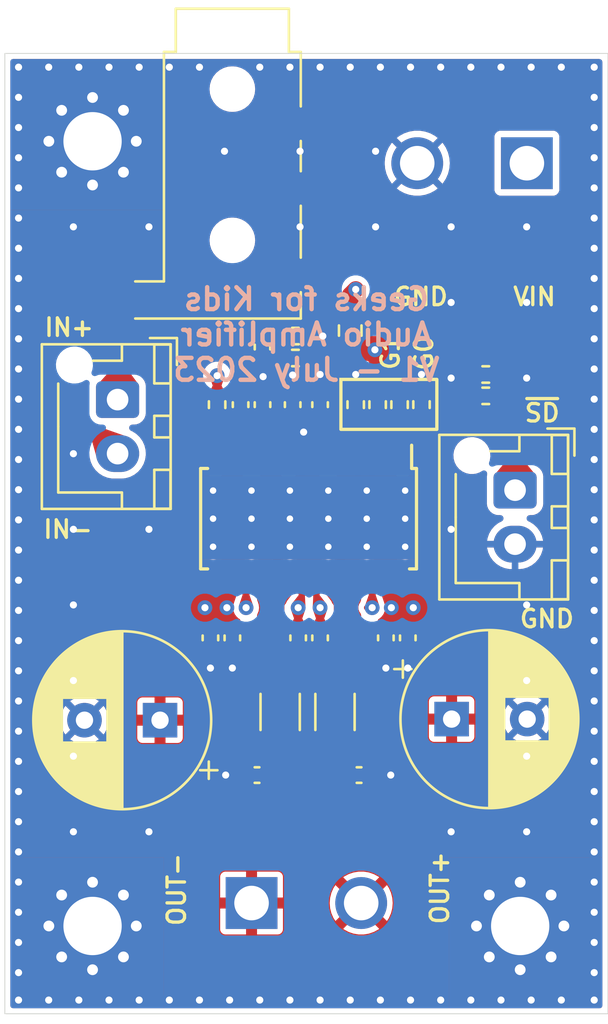
<source format=kicad_pcb>
(kicad_pcb (version 20221018) (generator pcbnew)
  (title_block (title "Audio Amplifier") (date "2023-07-23") (rev "V1") (company "Geeks For Kids") (comment 1 "Design for Manufacturing by JLCPCB"))
  (layers (0 "F.Cu" signal "Front") (1 "In1.Cu" signal) (2 "In2.Cu" signal) (31 "B.Cu" signal "Back") (34 "B.Paste" user) (35 "F.Paste" user) (36 "B.SilkS" user "B.Silkscreen") (37 "F.SilkS" user "F.Silkscreen") (38 "B.Mask" user) (39 "F.Mask" user) (44 "Edge.Cuts" user))
  (net 0 "")
  (net 1 "+12V")
  (net 2 "+12VA")
  (net 3 "/AUDIO_OUT_P")
  (net 4 "/BSP")
  (net 5 "/AUDIO_OUT_FILT_P")
  (net 6 "/AUDIO_OUT_FILT_N")
  (net 7 "/AUDIO_OUT_N")
  (net 8 "/BSN")
  (net 9 "/GVDD")
  (net 10 "/PLIMIT")
  (net 11 "/GAIN0")
  (net 12 "/GAIN1")
  (net 13 "/PBTL")
  (net 14 "/~{SD_2}")
  (net 15 "~{SD}")
  (net 16 "AUDIO_IN_P")
  (net 17 "/AUDIO_IN_1_P")
  (net 18 "/AUDIO_IN_1_N")
  (net 19 "AUDIO_IN_N")
  (net 21 "GND")
  (footprint "Resistor_SMD:R_0402_1005Metric" (layer "F.Cu") (at 149.281 91.059 180)
    (fp_text reference "R3" hide)
    (fp_text value "100k")
    (pad "1" smd roundrect (at -0.51 0 180) (size 0.54 0.64) (layers "F.Cu" "F.Paste" "F.Mask") (net 2 "+12VA"))
    (pad "2" smd roundrect (at 0.51 0 180) (size 0.54 0.64) (layers "F.Cu" "F.Paste" "F.Mask") (net 14 "/~{SD_2}"))
  )
  (footprint "Connector_JST:JST_XH_B2B-XH-AM_1x02_P2.50mm_Vertical" (layer "F.Cu") (at 150.639 96.413 -90)
    (fp_text reference "J5" hide)
    (fp_text value "2.54mm")
    (pad "" np_thru_hole circle (at -1.6 2 270) (size 1.2 1.2) (drill 1.2) (layers "*.Cu" "*.Mask"))
    (pad "1" thru_hole roundrect (at 0 0 270) (size 1.7 2) (drill 1) (layers "*.Cu" "*.Mask") (roundrect_rratio 0.1470588235) (net 15 "~{SD}"))
    (pad "2" thru_hole oval (at 2.5 0 270) (size 1.7 2) (drill 1) (layers "*.Cu" "*.Mask") (net 21 "GND"))
  )
  (footprint "Package_SO:HTSSOP-28-1EP_4.4x9.7mm_P0.65mm_EP3.4x9.5mm_Mask2.4x6.17mm_ThermalVias" (layer "F.Cu") (at 141.097 97.734 -90)
    (fp_text reference "U1" hide)
    (fp_text value "TPA3110D2")
    (pad "1" smd rect (at -2.85 -4.225 270) (size 1.1 0.4) (layers "F.Cu" "F.Paste" "F.Mask") (net 14 "/~{SD_2}"))
    (pad "2" smd rect (at -2.85 -3.575 270) (size 1.1 0.4) (layers "F.Cu" "F.Paste" "F.Mask") (net 14 "/~{SD_2}"))
    (pad "3" smd rect (at -2.85 -2.925 270) (size 1.1 0.4) (layers "F.Cu" "F.Paste" "F.Mask") (net 21 "GND"))
    (pad "4" smd rect (at -2.85 -2.275 270) (size 1.1 0.4) (layers "F.Cu" "F.Paste" "F.Mask") (net 21 "GND"))
    (pad "5" smd rect (at -2.85 -1.625 270) (size 1.1 0.4) (layers "F.Cu" "F.Paste" "F.Mask") (net 11 "/GAIN0"))
    (pad "6" smd rect (at -2.85 -0.975 270) (size 1.1 0.4) (layers "F.Cu" "F.Paste" "F.Mask") (net 12 "/GAIN1"))
    (pad "7" smd rect (at -2.85 -0.325 270) (size 1.1 0.4) (layers "F.Cu" "F.Paste" "F.Mask") (net 2 "+12VA"))
    (pad "8" smd rect (at -2.85 0.325 270) (size 1.1 0.4) (layers "F.Cu" "F.Paste" "F.Mask") (net 21 "GND"))
    (pad "9" smd rect (at -2.85 0.975 270) (size 1.1 0.4) (layers "F.Cu" "F.Paste" "F.Mask") (net 9 "/GVDD"))
    (pad "10" smd rect (at -2.85 1.625 270) (size 1.1 0.4) (layers "F.Cu" "F.Paste" "F.Mask") (net 10 "/PLIMIT"))
    (pad "11" smd rect (at -2.85 2.275 270) (size 1.1 0.4) (layers "F.Cu" "F.Paste" "F.Mask") (net 18 "/AUDIO_IN_1_N"))
    (pad "12" smd rect (at -2.85 2.925 270) (size 1.1 0.4) (layers "F.Cu" "F.Paste" "F.Mask") (net 17 "/AUDIO_IN_1_P"))
    (pad "13" smd rect (at -2.85 3.575 270) (size 1.1 0.4) (layers "F.Cu" "F.Paste" "F.Mask"))
    (pad "14" smd rect (at -2.85 4.225 270) (size 1.1 0.4) (layers "F.Cu" "F.Paste" "F.Mask") (net 13 "/PBTL"))
    (pad "15" smd rect (at 2.85 4.225 270) (size 1.1 0.4) (layers "F.Cu" "F.Paste" "F.Mask") (net 1 "+12V"))
    (pad "16" smd rect (at 2.85 3.575 270) (size 1.1 0.4) (layers "F.Cu" "F.Paste" "F.Mask") (net 1 "+12V"))
    (pad "17" smd rect (at 2.85 2.925 270) (size 1.1 0.4) (layers "F.Cu" "F.Paste" "F.Mask") (net 8 "/BSN"))
    (pad "18" smd rect (at 2.85 2.275 270) (size 1.1 0.4) (layers "F.Cu" "F.Paste" "F.Mask") (net 7 "/AUDIO_OUT_N"))
    (pad "19" smd rect (at 2.85 1.625 270) (size 1.1 0.4) (layers "F.Cu" "F.Paste" "F.Mask") (net 21 "GND"))
    (pad "20" smd rect (at 2.85 0.975 270) (size 1.1 0.4) (layers "F.Cu" "F.Paste" "F.Mask") (net 7 "/AUDIO_OUT_N"))
    (pad "21" smd rect (at 2.85 0.325 270) (size 1.1 0.4) (layers "F.Cu" "F.Paste" "F.Mask") (net 8 "/BSN"))
    (pad "22" smd rect (at 2.85 -0.325 270) (size 1.1 0.4) (layers "F.Cu" "F.Paste" "F.Mask") (net 4 "/BSP"))
    (pad "23" smd rect (at 2.85 -0.975 270) (size 1.1 0.4) (layers "F.Cu" "F.Paste" "F.Mask") (net 3 "/AUDIO_OUT_P"))
    (pad "24" smd rect (at 2.85 -1.625 270) (size 1.1 0.4) (layers "F.Cu" "F.Paste" "F.Mask") (net 21 "GND"))
    (pad "25" smd rect (at 2.85 -2.275 270) (size 1.1 0.4) (layers "F.Cu" "F.Paste" "F.Mask") (net 3 "/AUDIO_OUT_P"))
    (pad "26" smd rect (at 2.85 -2.925 270) (size 1.1 0.4) (layers "F.Cu" "F.Paste" "F.Mask") (net 4 "/BSP"))
    (pad "27" smd rect (at 2.85 -3.575 270) (size 1.1 0.4) (layers "F.Cu" "F.Paste" "F.Mask") (net 1 "+12V"))
    (pad "28" smd rect (at 2.85 -4.225 270) (size 1.1 0.4) (layers "F.Cu" "F.Paste" "F.Mask") (net 1 "+12V"))
    (pad "29" thru_hole circle (at -1.3 -4.45 270) (size 0.6 0.6) (drill 0.3) (layers "*.Cu") (net 21 "GND"))
    (pad "29" thru_hole circle (at -1.3 -2.67 270) (size 0.6 0.6) (drill 0.3) (layers "*.Cu") (net 21 "GND"))
    (pad "29" thru_hole circle (at -1.3 -0.89 270) (size 0.6 0.6) (drill 0.3) (layers "*.Cu") (net 21 "GND"))
    (pad "29" thru_hole circle (at -1.3 0.89 270) (size 0.6 0.6) (drill 0.3) (layers "*.Cu") (net 21 "GND"))
    (pad "29" thru_hole circle (at -1.3 2.67 270) (size 0.6 0.6) (drill 0.3) (layers "*.Cu") (net 21 "GND"))
    (pad "29" thru_hole circle (at -1.3 4.45 270) (size 0.6 0.6) (drill 0.3) (layers "*.Cu") (net 21 "GND"))
    (pad "29" thru_hole circle (at 0 -4.45 270) (size 0.6 0.6) (drill 0.3) (layers "*.Cu") (net 21 "GND"))
    (pad "29" thru_hole circle (at 0 -2.67 270) (size 0.6 0.6) (drill 0.3) (layers "*.Cu") (net 21 "GND"))
    (pad "29" thru_hole circle (at 0 -0.89 270) (size 0.6 0.6) (drill 0.3) (layers "*.Cu") (net 21 "GND"))
    (pad "29" smd rect (at 0 0 270) (size 3.4 9.7) (layers "F.Cu") (net 21 "GND"))
    (pad "29" smd rect (at 0 0 270) (size 3.4 9.7) (layers "B.Cu") (net 21 "GND"))
    (pad "29" thru_hole circle (at 0 0.89 270) (size 0.6 0.6) (drill 0.3) (layers "*.Cu") (net 21 "GND"))
    (pad "29" thru_hole circle (at 0 2.67 270) (size 0.6 0.6) (drill 0.3) (layers "*.Cu") (net 21 "GND"))
    (pad "29" thru_hole circle (at 0 4.45 270) (size 0.6 0.6) (drill 0.3) (layers "*.Cu") (net 21 "GND"))
    (pad "29" thru_hole circle (at 1.3 -4.45 270) (size 0.6 0.6) (drill 0.3) (layers "*.Cu") (net 21 "GND"))
    (pad "29" thru_hole circle (at 1.3 -2.67 270) (size 0.6 0.6) (drill 0.3) (layers "*.Cu") (net 21 "GND"))
    (pad "29" thru_hole circle (at 1.3 -0.89 270) (size 0.6 0.6) (drill 0.3) (layers "*.Cu") (net 21 "GND"))
    (pad "29" thru_hole circle (at 1.3 0.89 270) (size 0.6 0.6) (drill 0.3) (layers "*.Cu") (net 21 "GND"))
    (pad "29" thru_hole circle (at 1.3 2.67 270) (size 0.6 0.6) (drill 0.3) (layers "*.Cu") (net 21 "GND"))
    (pad "29" thru_hole circle (at 1.3 4.45 270) (size 0.6 0.6) (drill 0.3) (layers "*.Cu") (net 21 "GND"))
  )
  (footprint "Resistor_SMD:R_0402_1005Metric" (layer "F.Cu") (at 144.272 92.456 -90)
    (fp_text reference "R5" hide)
    (fp_text value "100k")
    (pad "1" smd roundrect (at -0.51 0 270) (size 0.54 0.64) (layers "F.Cu" "F.Paste" "F.Mask") (net 2 "+12VA"))
    (pad "2" smd roundrect (at 0.51 0 270) (size 0.54 0.64) (layers "F.Cu" "F.Paste" "F.Mask") (net 12 "/GAIN1"))
  )
  (footprint "Capacitor_SMD:C_0402_1005Metric" (layer "F.Cu") (at 140.589 103.251 90)
    (fp_text reference "C13" hide)
    (fp_text value "0.47uF")
    (pad "1" smd roundrect (at -0.48 0 90) (size 0.56 0.62) (layers "F.Cu" "F.Paste" "F.Mask") (net 7 "/AUDIO_OUT_N"))
    (pad "2" smd roundrect (at 0.48 0 90) (size 0.56 0.62) (layers "F.Cu" "F.Paste" "F.Mask") (net 8 "/BSN"))
  )
  (footprint "Capacitor_SMD:C_0402_1005Metric" (layer "F.Cu") (at 138.938 92.456 90)
    (fp_text reference "C12" hide)
    (fp_text value "0.68uF")
    (pad "1" smd roundrect (at -0.48 0 90) (size 0.56 0.62) (layers "F.Cu" "F.Paste" "F.Mask") (net 18 "/AUDIO_IN_1_N"))
    (pad "2" smd roundrect (at 0.48 0 90) (size 0.56 0.62) (layers "F.Cu" "F.Paste" "F.Mask") (net 19 "AUDIO_IN_N"))
  )
  (footprint "MountingHole:MountingHole_2.7mm_M2.5_Pad_Via" (layer "F.Cu") (at 131.064 80.264 90)
    (fp_text reference "H3" hide)
    (fp_text value "M2.5")
    (pad "1" thru_hole circle (at -2.025 0 90) (size 0.8 0.8) (drill 0.5) (layers "*.Cu" "*.Mask") (net 21 "GND"))
    (pad "1" thru_hole circle (at -1.431891 -1.431891 90) (size 0.8 0.8) (drill 0.5) (layers "*.Cu" "*.Mask") (net 21 "GND"))
    (pad "1" thru_hole circle (at -1.431891 1.431891 90) (size 0.8 0.8) (drill 0.5) (layers "*.Cu" "*.Mask") (net 21 "GND"))
    (pad "1" thru_hole circle (at 0 -2.025 90) (size 0.8 0.8) (drill 0.5) (layers "*.Cu" "*.Mask") (net 21 "GND"))
    (pad "1" thru_hole circle (at 0 0 90) (size 5.4 5.4) (drill 2.7) (layers "*.Cu" "*.Mask") (net 21 "GND"))
    (pad "1" thru_hole circle (at 0 2.025 90) (size 0.8 0.8) (drill 0.5) (layers "*.Cu" "*.Mask") (net 21 "GND"))
    (pad "1" thru_hole circle (at 1.431891 -1.431891 90) (size 0.8 0.8) (drill 0.5) (layers "*.Cu" "*.Mask") (net 21 "GND"))
    (pad "1" thru_hole circle (at 1.431891 1.431891 90) (size 0.8 0.8) (drill 0.5) (layers "*.Cu" "*.Mask") (net 21 "GND"))
    (pad "1" thru_hole circle (at 2.025 0 90) (size 0.8 0.8) (drill 0.5) (layers "*.Cu" "*.Mask") (net 21 "GND"))
  )
  (footprint "MountingHole:MountingHole_2.7mm_M2.5_Pad_Via" (layer "F.Cu") (at 150.876 116.586)
    (fp_text reference "H2" hide)
    (fp_text value "M2.5")
    (pad "1" thru_hole circle (at -2.025 0) (size 0.8 0.8) (drill 0.5) (layers "*.Cu" "*.Mask") (net 21 "GND"))
    (pad "1" thru_hole circle (at -1.431891 -1.431891) (size 0.8 0.8) (drill 0.5) (layers "*.Cu" "*.Mask") (net 21 "GND"))
    (pad "1" thru_hole circle (at -1.431891 1.431891) (size 0.8 0.8) (drill 0.5) (layers "*.Cu" "*.Mask") (net 21 "GND"))
    (pad "1" thru_hole circle (at 0 -2.025) (size 0.8 0.8) (drill 0.5) (layers "*.Cu" "*.Mask") (net 21 "GND"))
    (pad "1" thru_hole circle (at 0 0) (size 5.4 5.4) (drill 2.7) (layers "*.Cu" "*.Mask") (net 21 "GND"))
    (pad "1" thru_hole circle (at 0 2.025) (size 0.8 0.8) (drill 0.5) (layers "*.Cu" "*.Mask") (net 21 "GND"))
    (pad "1" thru_hole circle (at 1.431891 -1.431891) (size 0.8 0.8) (drill 0.5) (layers "*.Cu" "*.Mask") (net 21 "GND"))
    (pad "1" thru_hole circle (at 1.431891 1.431891) (size 0.8 0.8) (drill 0.5) (layers "*.Cu" "*.Mask") (net 21 "GND"))
    (pad "1" thru_hole circle (at 2.025 0) (size 0.8 0.8) (drill 0.5) (layers "*.Cu" "*.Mask") (net 21 "GND"))
  )
  (footprint "Capacitor_SMD:C_0402_1005Metric" (layer "F.Cu") (at 144.653 103.251 -90)
    (fp_text reference "C2" hide)
    (fp_text value "100nF")
    (pad "1" smd roundrect (at -0.48 0 270) (size 0.56 0.62) (layers "F.Cu" "F.Paste" "F.Mask") (net 1 "+12V"))
    (pad "2" smd roundrect (at 0.48 0 270) (size 0.56 0.62) (layers "F.Cu" "F.Paste" "F.Mask") (net 21 "GND"))
  )
  (footprint "Capacitor_THT:CP_Radial_D8.0mm_P3.50mm" (layer "F.Cu") (at 147.699349 107.0102)
    (fp_text reference "C1" hide)
    (fp_text value "100uF")
    (pad "1" thru_hole rect (at 0 0) (size 1.6 1.6) (drill 0.8) (layers "*.Cu" "*.Mask") (net 1 "+12V"))
    (pad "2" thru_hole circle (at 3.5 0) (size 1.6 1.6) (drill 0.8) (layers "*.Cu" "*.Mask") (net 21 "GND"))
  )
  (footprint "MountingHole:MountingHole_2.7mm_M2.5_Pad_Via" (layer "F.Cu") (at 131.064 116.586)
    (fp_text reference "H1" hide)
    (fp_text value "M2.5")
    (pad "1" thru_hole circle (at -2.025 0) (size 0.8 0.8) (drill 0.5) (layers "*.Cu" "*.Mask") (net 21 "GND"))
    (pad "1" thru_hole circle (at -1.431891 -1.431891) (size 0.8 0.8) (drill 0.5) (layers "*.Cu" "*.Mask") (net 21 "GND"))
    (pad "1" thru_hole circle (at -1.431891 1.431891) (size 0.8 0.8) (drill 0.5) (layers "*.Cu" "*.Mask") (net 21 "GND"))
    (pad "1" thru_hole circle (at 0 -2.025) (size 0.8 0.8) (drill 0.5) (layers "*.Cu" "*.Mask") (net 21 "GND"))
    (pad "1" thru_hole circle (at 0 0) (size 5.4 5.4) (drill 2.7) (layers "*.Cu" "*.Mask") (net 21 "GND"))
    (pad "1" thru_hole circle (at 0 2.025) (size 0.8 0.8) (drill 0.5) (layers "*.Cu" "*.Mask") (net 21 "GND"))
    (pad "1" thru_hole circle (at 1.431891 -1.431891) (size 0.8 0.8) (drill 0.5) (layers "*.Cu" "*.Mask") (net 21 "GND"))
    (pad "1" thru_hole circle (at 1.431891 1.431891) (size 0.8 0.8) (drill 0.5) (layers "*.Cu" "*.Mask") (net 21 "GND"))
    (pad "1" thru_hole circle (at 2.025 0) (size 0.8 0.8) (drill 0.5) (layers "*.Cu" "*.Mask") (net 21 "GND"))
  )
  (footprint "Inductor_SMD:L_1206_3216Metric" (layer "F.Cu") (at 139.756 106.68 -90)
    (fp_text reference "FB2" hide)
    (fp_text value "120Ohm@100MHz")
    (pad "1" smd roundrect (at -1.575 0 270) (size 1.05 1.9) (layers "F.Cu" "F.Paste" "F.Mask") (roundrect_rratio 0.2380952381) (net 7 "/AUDIO_OUT_N"))
    (pad "2" smd roundrect (at 1.575 0 270) (size 1.05 1.9) (layers "F.Cu" "F.Paste" "F.Mask") (roundrect_rratio 0.2380952381) (net 6 "/AUDIO_OUT_FILT_N"))
  )
  (footprint "Capacitor_SMD:C_0402_1005Metric" (layer "F.Cu") (at 136.525 103.251 -90)
    (fp_text reference "C7" hide)
    (fp_text value "1nF")
    (pad "1" smd roundrect (at -0.48 0 270) (size 0.56 0.62) (layers "F.Cu" "F.Paste" "F.Mask") (net 1 "+12V"))
    (pad "2" smd roundrect (at 0.48 0 270) (size 0.56 0.62) (layers "F.Cu" "F.Paste" "F.Mask") (net 21 "GND"))
  )
  (footprint "Resistor_SMD:R_0402_1005Metric" (layer "F.Cu") (at 145.288 92.456 -90)
    (fp_text reference "R4" hide)
    (fp_text value "100k")
    (pad "1" smd roundrect (at -0.51 0 270) (size 0.54 0.64) (layers "F.Cu" "F.Paste" "F.Mask") (net 2 "+12VA"))
    (pad "2" smd roundrect (at 0.51 0 270) (size 0.54 0.64) (layers "F.Cu" "F.Paste" "F.Mask") (net 11 "/GAIN0"))
  )
  (footprint "Brushed_DC_Motor_Driver_Parts:CUI_TB004-508-02BE" (layer "F.Cu") (at 151.186 81.28 180)
    (fp_text reference "J4" hide)
    (fp_text value "5.08mm" hide)
    (pad "1" thru_hole rect (at 0 0 180) (size 2.4 2.4) (drill 1.6) (layers "*.Cu" "*.Mask") (net 1 "+12V"))
    (pad "2" thru_hole circle (at 5.08 0 180) (size 2.4 2.4) (drill 1.6) (layers "*.Cu" "*.Mask") (net 21 "GND"))
  )
  (footprint "Capacitor_SMD:C_0402_1005Metric" (layer "F.Cu") (at 145.669 103.251 -90)
    (fp_text reference "C3" hide)
    (fp_text value "1nF")
    (pad "1" smd roundrect (at -0.48 0 270) (size 0.56 0.62) (layers "F.Cu" "F.Paste" "F.Mask") (net 1 "+12V"))
    (pad "2" smd roundrect (at 0.48 0 270) (size 0.56 0.62) (layers "F.Cu" "F.Paste" "F.Mask") (net 21 "GND"))
  )
  (footprint "Capacitor_SMD:C_0402_1005Metric" (layer "F.Cu") (at 141.605 92.456 90)
    (fp_text reference "C4" hide)
    (fp_text value "1uF")
    (pad "1" smd roundrect (at -0.48 0 90) (size 0.56 0.62) (layers "F.Cu" "F.Paste" "F.Mask") (net 2 "+12VA"))
    (pad "2" smd roundrect (at 0.48 0 90) (size 0.56 0.62) (layers "F.Cu" "F.Paste" "F.Mask") (net 21 "GND"))
  )
  (footprint "Brushed_DC_Motor_Driver_Parts:CUI_TB004-508-02BE" (layer "F.Cu") (at 138.43 115.5245)
    (fp_text reference "J1" hide)
    (fp_text value "5.08mm" hide)
    (pad "1" thru_hole rect (at 0 0) (size 2.4 2.4) (drill 1.6) (layers "*.Cu" "*.Mask") (net 6 "/AUDIO_OUT_FILT_N"))
    (pad "2" thru_hole circle (at 5.08 0) (size 2.4 2.4) (drill 1.6) (layers "*.Cu" "*.Mask") (net 5 "/AUDIO_OUT_FILT_P"))
  )
  (footprint "Resistor_SMD:R_0603_1608Metric" (layer "F.Cu") (at 143.002 89.027 -90)
    (fp_text reference "R1" hide)
    (fp_text value "10R")
    (pad "1" smd roundrect (at -0.825 0 270) (size 0.8 0.95) (layers "F.Cu" "F.Paste" "F.Mask") (net 1 "+12V"))
    (pad "2" smd roundrect (at 0.825 0 270) (size 0.8 0.95) (layers "F.Cu" "F.Paste" "F.Mask") (net 2 "+12VA"))
  )
  (footprint "Capacitor_SMD:C_0402_1005Metric" (layer "F.Cu") (at 143.411 109.601)
    (fp_text reference "C9" hide)
    (fp_text value "1nF")
    (pad "1" smd roundrect (at -0.48 0) (size 0.56 0.62) (layers "F.Cu" "F.Paste" "F.Mask") (net 5 "/AUDIO_OUT_FILT_P"))
    (pad "2" smd roundrect (at 0.48 0) (size 0.56 0.62) (layers "F.Cu" "F.Paste" "F.Mask") (net 21 "GND"))
  )
  (footprint "Resistor_SMD:R_0402_1005Metric" (layer "F.Cu") (at 149.281 92.048 180)
    (fp_text reference "R6" hide)
    (fp_text value "1k")
    (pad "1" smd roundrect (at -0.51 0 180) (size 0.54 0.64) (layers "F.Cu" "F.Paste" "F.Mask") (net 15 "~{SD}"))
    (pad "2" smd roundrect (at 0.51 0 180) (size 0.54 0.64) (layers "F.Cu" "F.Paste" "F.Mask") (net 14 "/~{SD_2}"))
  )
  (footprint "Capacitor_SMD:C_0402_1005Metric" (layer "F.Cu") (at 138.684 109.601)
    (fp_text reference "C10" hide)
    (fp_text value "1nF")
    (pad "1" smd roundrect (at -0.48 0) (size 0.56 0.62) (layers "F.Cu" "F.Paste" "F.Mask") (net 21 "GND"))
    (pad "2" smd roundrect (at 0.48 0) (size 0.56 0.62) (layers "F.Cu" "F.Paste" "F.Mask") (net 6 "/AUDIO_OUT_FILT_N"))
  )
  (footprint "Resistor_SMD:R_0402_1005Metric" (layer "F.Cu") (at 143.256 92.456 90)
    (fp_text reference "R8" hide)
    (fp_text value "0")
    (pad "1" smd roundrect (at -0.51 0 90) (size 0.54 0.64) (layers "F.Cu" "F.Paste" "F.Mask") (net 12 "/GAIN1"))
    (pad "2" smd roundrect (at 0.51 0 90) (size 0.54 0.64) (layers "F.Cu" "F.Paste" "F.Mask") (net 21 "GND"))
  )
  (footprint "Capacitor_SMD:C_0402_1005Metric" (layer "F.Cu") (at 137.541 103.251 -90)
    (fp_text reference "C6" hide)
    (fp_text value "100nF")
    (pad "1" smd roundrect (at -0.48 0 270) (size 0.56 0.62) (layers "F.Cu" "F.Paste" "F.Mask") (net 1 "+12V"))
    (pad "2" smd roundrect (at 0.48 0 270) (size 0.56 0.62) (layers "F.Cu" "F.Paste" "F.Mask") (net 21 "GND"))
  )
  (footprint "Connector_JST:JST_XH_B2B-XH-AM_1x02_P2.50mm_Vertical" (layer "F.Cu") (at 132.224 92.222 -90)
    (fp_text reference "J2" hide)
    (fp_text value "2.54mm")
    (pad "" np_thru_hole circle (at -1.6 2 270) (size 1.2 1.2) (drill 1.2) (layers "*.Cu" "*.Mask"))
    (pad "1" thru_hole roundrect (at 0 0 270) (size 1.7 2) (drill 1) (layers "*.Cu" "*.Mask") (roundrect_rratio 0.1470588235) (net 16 "AUDIO_IN_P"))
    (pad "2" thru_hole oval (at 2.5 0 270) (size 1.7 2) (drill 1) (layers "*.Cu" "*.Mask") (net 19 "AUDIO_IN_N"))
  )
  (footprint "Capacitor_SMD:C_0402_1005Metric" (layer "F.Cu") (at 140.335 92.456 90)
    (fp_text reference "C14" hide)
    (fp_text value "1uF")
    (pad "1" smd roundrect (at -0.48 0 90) (size 0.56 0.62) (layers "F.Cu" "F.Paste" "F.Mask") (net 9 "/GVDD"))
    (pad "2" smd roundrect (at 0.48 0 90) (size 0.56 0.62) (layers "F.Cu" "F.Paste" "F.Mask") (net 21 "GND"))
  )
  (footprint "Capacitor_SMD:C_0402_1005Metric" (layer "F.Cu") (at 141.605 103.251 90)
    (fp_text reference "C8" hide)
    (fp_text value "0.47uF")
    (pad "1" smd roundrect (at -0.48 0 90) (size 0.56 0.62) (layers "F.Cu" "F.Paste" "F.Mask") (net 3 "/AUDIO_OUT_P"))
    (pad "2" smd roundrect (at 0.48 0 90) (size 0.56 0.62) (layers "F.Cu" "F.Paste" "F.Mask") (net 4 "/BSP"))
  )
  (footprint "Resistor_SMD:R_0402_1005Metric" (layer "F.Cu") (at 140.462 90.297 180)
    (fp_text reference "R9" hide)
    (fp_text value "0")
    (pad "1" smd roundrect (at -0.51 0 180) (size 0.54 0.64) (layers "F.Cu" "F.Paste" "F.Mask") (net 9 "/GVDD"))
    (pad "2" smd roundrect (at 0.51 0 180) (size 0.54 0.64) (layers "F.Cu" "F.Paste" "F.Mask") (net 10 "/PLIMIT"))
  )
  (footprint "Capacitor_SMD:C_0402_1005Metric" (layer "F.Cu") (at 138.938 89.789 -90)
    (fp_text reference "C15" hide)
    (fp_text value "1uF")
    (pad "1" smd roundrect (at -0.48 0 270) (size 0.56 0.62) (layers "F.Cu" "F.Paste" "F.Mask") (net 10 "/PLIMIT"))
    (pad "2" smd roundrect (at 0.48 0 270) (size 0.56 0.62) (layers "F.Cu" "F.Paste" "F.Mask") (net 21 "GND"))
  )
  (footprint "Capacitor_THT:CP_Radial_D8.0mm_P3.50mm" (layer "F.Cu") (at 134.189851 107.061 180)
    (fp_text reference "C5" hide)
    (fp_text value "100uF")
    (pad "1" thru_hole rect (at 0 0 180) (size 1.6 1.6) (drill 0.8) (layers "*.Cu" "*.Mask") (net 1 "+12V"))
    (pad "2" thru_hole circle (at 3.5 0 180) (size 1.6 1.6) (drill 0.8) (layers "*.Cu" "*.Mask") (net 21 "GND"))
  )
  (footprint "Resistor_SMD:R_0402_1005Metric" (layer "F.Cu") (at 140.462 89.281)
    (fp_text reference "R10" hide)
    (fp_text value "100k")
    (pad "1" smd roundrect (at -0.51 0) (size 0.54 0.64) (layers "F.Cu" "F.Paste" "F.Mask") (net 10 "/PLIMIT"))
    (pad "2" smd roundrect (at 0.51 0) (size 0.54 0.64) (layers "F.Cu" "F.Paste" "F.Mask") (net 21 "GND"))
  )
  (footprint "Capacitor_SMD:C_0402_1005Metric" (layer "F.Cu") (at 137.922 92.456 -90)
    (fp_text reference "C11" hide)
    (fp_text value "0.68uF")
    (pad "1" smd roundrect (at -0.48 0 270) (size 0.56 0.62) (layers "F.Cu" "F.Paste" "F.Mask") (net 16 "AUDIO_IN_P"))
    (pad "2" smd roundrect (at 0.48 0 270) (size 0.56 0.62) (layers "F.Cu" "F.Paste" "F.Mask") (net 17 "/AUDIO_IN_1_P"))
  )
  (footprint "Resistor_SMD:R_0402_1005Metric" (layer "F.Cu") (at 136.835 92.456 -90)
    (fp_text reference "R2" hide)
    (fp_text value "100k")
    (pad "1" smd roundrect (at -0.51 0 270) (size 0.54 0.64) (layers "F.Cu" "F.Paste" "F.Mask") (net 2 "+12VA"))
    (pad "2" smd roundrect (at 0.51 0 270) (size 0.54 0.64) (layers "F.Cu" "F.Paste" "F.Mask") (net 13 "/PBTL"))
  )
  (footprint "Inductor_SMD:L_1206_3216Metric" (layer "F.Cu") (at 142.296 106.68 -90)
    (fp_text reference "FB1" hide)
    (fp_text value "120Ohm@100MHz")
    (pad "1" smd roundrect (at -1.575 0 270) (size 1.05 1.9) (layers "F.Cu" "F.Paste" "F.Mask") (roundrect_rratio 0.2380952381) (net 3 "/AUDIO_OUT_P"))
    (pad "2" smd roundrect (at 1.575 0 270) (size 1.05 1.9) (layers "F.Cu" "F.Paste" "F.Mask") (roundrect_rratio 0.2380952381) (net 5 "/AUDIO_OUT_FILT_P"))
  )
  (footprint "Resistor_SMD:R_0402_1005Metric" (layer "F.Cu") (at 146.304 92.454 90)
    (fp_text reference "R7" hide)
    (fp_text value "0")
    (pad "1" smd roundrect (at -0.51 0 90) (size 0.54 0.64) (layers "F.Cu" "F.Paste" "F.Mask") (net 11 "/GAIN0"))
    (pad "2" smd roundrect (at 0.51 0 90) (size 0.54 0.64) (layers "F.Cu" "F.Paste" "F.Mask") (net 21 "GND"))
  )
  (footprint "Connector_Audio:Jack_3.5mm_KoreanHropartsElec_PJ-320D-4A_Horizontal" (layer "F.Cu") (at 137.541 82.601 -90)
    (fp_text reference "J3" hide)
    (fp_text value "3.5mm")
    (pad "" np_thru_hole circle (at -4.75 0 270) (size 1.6 1.6) (drill 1.6) (layers "F&B.Cu" "*.Mask"))
    (pad "" np_thru_hole circle (at 2.25 0 270) (size 1.6 1.6) (drill 1.6) (layers "F&B.Cu" "*.Mask"))
    (pad "R1" smd rect (at -0.15 -3.25 270) (size 1.2 2.5) (layers "F.Cu" "F.Paste" "F.Mask"))
    (pad "R2" smd rect (at -3.15 -3.25 270) (size 1.2 2.5) (layers "F.Cu" "F.Paste" "F.Mask"))
    (pad "S" smd rect (at 4.95 3.25 270) (size 1.2 2.5) (layers "F.Cu" "F.Paste" "F.Mask") (net 16 "AUDIO_IN_P"))
    (pad "T" smd rect (at 3.85 -3.25 270) (size 1.2 2.5) (layers "F.Cu" "F.Paste" "F.Mask") (net 19 "AUDIO_IN_N"))
  )
  (gr_rect (start 142.5702 91.2876) (end 147.0152 93.599) (stroke (width 0.1524)) (fill none) (layer "F.SilkS"))
  (gr_rect (start 127 76.2) (end 154.94 120.65) (stroke (width 0.0381)) (fill none) (layer "Edge.Cuts"))
  (gr_text "Geeks for Kids\nAudio Amplifier\nV1 - July 2023" (at 140.97 91.44) (layer "B.SilkS") (effects (font (size 1.016 1.016) (thickness 0.2032) bold) (justify bottom mirror)))
  (gr_text "VIN" (at 150.4696 87.9348) (layer "F.SilkS") (effects (font (size 0.8128 0.8128) (thickness 0.1524) bold) (justify left bottom)))
  (gr_text "GND" (at 144.9324 87.9348) (layer "F.SilkS") (effects (font (size 0.8128 0.8128) (thickness 0.1524) bold) (justify left bottom)))
  (gr_text "~{SD}" (at 151.003 93.3196) (layer "F.SilkS") (effects (font (size 0.8128 0.8128) (thickness 0.1524) bold) (justify left bottom)))
  (gr_text "OUT+" (at 147.6248 116.586 90) (layer "F.SilkS") (effects (font (size 0.8128 0.8128) (thickness 0.1524) bold) (justify left bottom)))
  (gr_text "OUT-" (at 135.4328 116.6622 90) (layer "F.SilkS") (effects (font (size 0.8128 0.8128) (thickness 0.1524) bold) (justify left bottom)))
  (gr_text "IN+" (at 128.7526 89.3572) (layer "F.SilkS") (effects (font (size 0.8128 0.8128) (thickness 0.1524) bold) (justify left bottom)))
  (gr_text "GND" (at 150.7744 102.8446) (layer "F.SilkS") (effects (font (size 0.8128 0.8128) (thickness 0.1524) bold) (justify left bottom)))
  (gr_text "IN-" (at 128.7018 98.7044) (layer "F.SilkS") (effects (font (size 0.8128 0.8128) (thickness 0.1524) bold) (justify left bottom)))
  (gr_text "G0" (at 146.8882 90.9574 90) (layer "F.SilkS") (effects (font (size 0.8128 0.8128) (thickness 0.1524) bold) (justify left bottom)))
  (gr_text "G1" (at 145.3388 90.932 90) (layer "F.SilkS") (effects (font (size 0.8128 0.8128) (thickness 0.1524) bold) (justify left bottom)))
  (segment (start 143.256 87.122) (end 143.002 87.376) (width 0.762) (layer "F.Cu") (net 1))
  (segment (start 143.002 87.376) (end 143.002 88.202) (width 0.762) (layer "F.Cu") (net 1))
  (via (at 144.907 101.854) (size 0.6858) (drill 0.3302) (layers "F.Cu" "B.Cu") (net 1))
  (via (at 145.923 101.854) (size 0.6858) (drill 0.3302) (layers "F.Cu" "B.Cu") (net 1))
  (via (at 143.256 87.122) (size 0.6858) (drill 0.3302) (layers "F.Cu" "B.Cu") (net 1))
  (via (at 136.271 101.854) (size 0.6858) (drill 0.3302) (layers "F.Cu" "B.Cu") (net 1))
  (via (at 137.287 101.854) (size 0.6858) (drill 0.3302) (layers "F.Cu" "B.Cu") (net 1))
  (segment (start 142.141 92.936) (end 142.367 92.71) (width 0.254) (layer "F.Cu") (net 2))
  (segment (start 141.605 92.936) (end 142.141 92.936) (width 0.254) (layer "F.Cu") (net 2))
  (segment (start 141.422 94.884) (end 141.422 93.909) (width 0.254) (layer "F.Cu") (net 2))
  (segment (start 141.422 93.909) (end 141.605 93.726) (width 0.254) (layer "F.Cu") (net 2))
  (segment (start 142.367 90.487) (end 142.748 90.106) (width 0.254) (layer "F.Cu") (net 2))
  (segment (start 141.605 93.726) (end 141.605 92.936) (width 0.254) (layer "F.Cu") (net 2))
  (segment (start 142.367 92.71) (end 142.367 90.487) (width 0.254) (layer "F.Cu") (net 2))
  (segment (start 136.835 91.115) (end 136.835 91.946) (width 0.254) (layer "F.Cu") (net 2))
  (via (at 136.835 91.115) (size 0.6858) (drill 0.3302) (layers "F.Cu" "B.Cu") (net 2))
  (via (at 144.145 89.916) (size 0.6858) (drill 0.3302) (layers "F.Cu" "B.Cu") (net 2))
  (segment (start 144.022 101.596) (end 144.022 100.584) (width 0.254) (layer "F.Cu") (net 4))
  (segment (start 141.605 101.854) (end 141.605 102.771) (width 0.254) (layer "F.Cu") (net 4))
  (segment (start 141.422 101.417) (end 141.605 101.6) (width 0.254) (layer "F.Cu") (net 4))
  (segment (start 141.605 101.6) (end 141.605 101.854) (width 0.254) (layer "F.Cu") (net 4))
  (segment (start 143.764 101.854) (end 144.022 101.596) (width 0.254) (layer "F.Cu") (net 4))
  (segment (start 141.422 100.584) (end 141.422 101.417) (width 0.254) (layer "F.Cu") (net 4))
  (via (at 141.605 101.854) (size 0.6858) (drill 0.3302) (layers "F.Cu" "B.Cu") (net 4))
  (via (at 144.018 101.854) (size 0.6858) (drill 0.3302) (layers "F.Cu" "B.Cu") (net 4))
  (segment (start 143.439 115.5245) (end 143.637 115.3265) (width 0.762) (layer "F.Cu") (net 5))
  (segment (start 142.324 108.283) (end 142.296 108.255) (width 0.762) (layer "F.Cu") (net 5))
  (segment (start 139.728 108.283) (end 139.756 108.255) (width 0.762) (layer "F.Cu") (net 6))
  (segment (start 138.359 115.5245) (end 138.557 115.3265) (width 0.762) (layer "F.Cu") (net 6))
  (segment (start 138.172 101.85) (end 138.172 100.584) (width 0.254) (layer "F.Cu") (net 8))
  (segment (start 140.589 101.854) (end 140.589 102.771) (width 0.254) (layer "F.Cu") (net 8))
  (segment (start 140.772 101.417) (end 140.589 101.6) (width 0.254) (layer "F.Cu") (net 8))
  (segment (start 140.589 101.6) (end 140.589 101.854) (width 0.254) (layer "F.Cu") (net 8))
  (segment (start 140.772 100.584) (end 140.772 101.417) (width 0.254) (layer "F.Cu") (net 8))
  (segment (start 138.176 101.854) (end 138.172 101.85) (width 0.254) (layer "F.Cu") (net 8))
  (via (at 138.176 101.854) (size 0.6858) (drill 0.3302) (layers "F.Cu" "B.Cu") (net 8))
  (via (at 140.589 101.854) (size 0.6858) (drill 0.3302) (layers "F.Cu" "B.Cu") (net 8))
  (segment (start 140.122 94.884) (end 140.122 93.149) (width 0.254) (layer "F.Cu") (net 9))
  (segment (start 140.972 92.299) (end 140.972 90.297) (width 0.254) (layer "F.Cu") (net 9))
  (segment (start 140.122 93.149) (end 140.335 92.936) (width 0.254) (layer "F.Cu") (net 9))
  (segment (start 140.335 92.936) (end 140.972 92.299) (width 0.254) (layer "F.Cu") (net 9))
  (segment (start 139.7 93.371) (end 139.472 93.599) (width 0.254) (layer "F.Cu") (net 10))
  (segment (start 139.952 90.17) (end 139.7 90.422) (width 0.254) (layer "F.Cu") (net 10))
  (segment (start 139.7 90.422) (end 139.7 93.371) (width 0.254) (layer "F.Cu") (net 10))
  (segment (start 139.009 89.281) (end 139.825 89.281) (width 0.254) (layer "F.Cu") (net 10))
  (segment (start 139.472 93.599) (end 139.472 94.884) (width 0.254) (layer "F.Cu") (net 10))
  (segment (start 139.825 89.281) (end 139.952 89.154) (width 0.254) (layer "F.Cu") (net 10))
  (segment (start 139.952 89.154) (end 139.952 90.17) (width 0.254) (layer "F.Cu") (net 10))
  (segment (start 144.528 93.726) (end 145.288 92.966) (width 0.254) (layer "F.Cu") (net 11))
  (segment (start 143.272 93.726) (end 144.528 93.726) (width 0.254) (layer "F.Cu") (net 11))
  (segment (start 146.302 92.966) (end 146.304 92.964) (width 0.254) (layer "F.Cu") (net 11))
  (segment (start 142.722 94.276) (end 143.272 93.726) (width 0.254) (layer "F.Cu") (net 11))
  (segment (start 145.288 92.966) (end 146.302 92.966) (width 0.254) (layer "F.Cu") (net 11))
  (segment (start 142.722 94.884) (end 142.722 94.276) (width 0.254) (layer "F.Cu") (net 11))
  (segment (start 142.072 94.15) (end 143.256 92.966) (width 0.254) (layer "F.Cu") (net 12))
  (segment (start 142.072 94.884) (end 142.072 94.15) (width 0.254) (layer "F.Cu") (net 12))
  (segment (start 143.256 92.966) (end 144.272 92.966) (width 0.254) (layer "F.Cu") (net 12))
  (segment (start 136.872 94.884) (end 136.872 93.003) (width 0.254) (layer "F.Cu") (net 13))
  (segment (start 136.872 93.003) (end 136.835 92.966) (width 0.254) (layer "F.Cu") (net 13))
  (segment (start 146.035 94.884) (end 147.066 93.853) (width 0.254) (layer "F.Cu") (net 14))
  (segment (start 148.771 92.048) (end 148.771 91.059) (width 0.254) (layer "F.Cu") (net 14))
  (segment (start 145.322 94.884) (end 146.035 94.884) (width 0.254) (layer "F.Cu") (net 14))
  (segment (start 147.855 92.048) (end 148.771 92.048) (width 0.254) (layer "F.Cu") (net 14))
  (segment (start 147.066 92.837) (end 147.855 92.048) (width 0.254) (layer "F.Cu") (net 14))
  (segment (start 147.066 93.853) (end 147.066 92.837) (width 0.254) (layer "F.Cu") (net 14))
  (segment (start 144.672 94.884) (end 145.322 94.884) (width 0.254) (layer "F.Cu") (net 14))
  (segment (start 150.639 92.346) (end 150.639 96.413) (width 0.254) (layer "F.Cu") (net 15))
  (segment (start 150.341 92.048) (end 150.639 92.346) (width 0.254) (layer "F.Cu") (net 15))
  (segment (start 149.791 92.048) (end 150.341 92.048) (width 0.254) (layer "F.Cu") (net 15))
  (segment (start 132.334 88.138) (end 132.921 87.551) (width 0.254) (layer "F.Cu") (net 16))
  (segment (start 136.573 87.551) (end 137.661407 88.639407) (width 0.254) (layer "F.Cu") (net 16))
  (segment (start 137.661407 88.639407) (end 137.661407 88.766408) (width 0.254) (layer "F.Cu") (net 16))
  (segment (start 137.661407 88.766408) (end 137.668 88.773001) (width 0.254) (layer "F.Cu") (net 16))
  (segment (start 132.224 92.222) (end 132.334 92.112) (width 0.254) (layer "F.Cu") (net 16))
  (segment (start 137.668 91.244815) (end 137.922 91.498815) (width 0.254) (layer "F.Cu") (net 16))
  (segment (start 137.668 88.773001) (end 137.668 91.244815) (width 0.254) (layer "F.Cu") (net 16))
  (segment (start 137.922 91.498815) (end 137.922 91.976) (width 0.254) (layer "F.Cu") (net 16))
  (segment (start 132.334 92.112) (end 132.334 88.138) (width 0.254) (layer "F.Cu") (net 16))
  (segment (start 132.921 87.551) (end 136.573 87.551) (width 0.254) (layer "F.Cu") (net 16))
  (segment (start 137.922 92.936) (end 137.922 93.726) (width 0.254) (layer "F.Cu") (net 17))
  (segment (start 138.172 93.976) (end 138.172 94.884) (width 0.254) (layer "F.Cu") (net 17))
  (segment (start 137.922 93.726) (end 138.172 93.976) (width 0.254) (layer "F.Cu") (net 17))
  (segment (start 138.811 93.063) (end 138.811 94.873) (width 0.254) (layer "F.Cu") (net 18))
  (segment (start 138.938 92.992) (end 138.994 92.936) (width 0.1524) (layer "F.Cu") (net 18))
  (segment (start 138.811 94.873) (end 138.822 94.884) (width 0.254) (layer "F.Cu") (net 18))
  (segment (start 138.938 92.936) (end 138.811 93.063) (width 0.254) (layer "F.Cu") (net 18))
  (segment (start 129.032 91.53) (end 132.224 94.722) (width 0.254) (layer "F.Cu") (net 19))
  (segment (start 138.938 91.976) (end 138.049 91.087) (width 0.254) (layer "F.Cu") (net 19))
  (segment (start 140.791 86.451) (end 132.624 86.451) (width 0.254) (layer "F.Cu") (net 19))
  (segment (start 138.042408 88.608592) (end 140.2 86.451) (width 0.254) (layer "F.Cu") (net 19))
  (segment (start 129.032 90.043) (end 129.032 91.53) (width 0.254) (layer "F.Cu") (net 19))
  (segment (start 138.049 88.615185) (end 138.042408 88.608592) (width 0.254) (layer "F.Cu") (net 19))
  (segment (start 132.624 86.451) (end 129.032 90.043) (width 0.254) (layer "F.Cu") (net 19))
  (segment (start 140.2 86.451) (end 140.791 86.451) (width 0.254) (layer "F.Cu") (net 19))
  (segment (start 138.049 91.087) (end 138.049 88.615185) (width 0.254) (layer "F.Cu") (net 19))
  (segment (start 138.938 90.17) (end 138.938 91.132562) (width 0.254) (layer "F.Cu") (net 21))
  (segment (start 146.304 91.059) (end 146.304 91.944) (width 0.254) (layer "F.Cu") (net 21))
  (segment (start 143.256 91.059) (end 143.256 91.946) (width 0.254) (layer "F.Cu") (net 21))
  (segment (start 136.525 103.731) (end 136.525 104.648) (width 0.254) (layer "F.Cu") (net 21))
  (segment (start 142.722 99.769) (end 141.987 99.034) (width 0.254) (layer "F.Cu") (net 21))
  (segment (start 140.772 97.409) (end 141.097 97.734) (width 0.254) (layer "F.Cu") (net 21))
  (segment (start 143.891 109.601) (end 144.879 109.601) (width 0.254) (layer "F.Cu") (net 21))
  (segment (start 142.722 100.584) (end 142.722 99.769) (width 0.254) (layer "F.Cu") (net 21))
  (segment (start 139.472 99.769) (end 140.207 99.034) (width 0.254) (layer "F.Cu") (net 21))
  (segment (start 139.472 100.584) (end 139.472 99.769) (width 0.254) (layer "F.Cu") (net 21))
  (segment (start 143.372 94.884) (end 143.372 96.039) (width 0.254) (layer "F.Cu") (net 21))
  (segment (start 140.772 94.884) (end 140.772 97.409) (width 0.254) (layer "F.Cu") (net 21))
  (segment (start 140.332304 91.085119) (end 140.332304 91.973304) (width 0.254) (layer "F.Cu") (net 21))
  (segment (start 138.938 91.132562) (end 138.964719 91.159281) (width 0.254) (layer "F.Cu") (net 21))
  (segment (start 140.332304 91.973304) (end 140.335 91.976) (width 0.254) (layer "F.Cu") (net 21))
  (segment (start 143.372 96.039) (end 143.767 96.434) (width 0.254) (layer "F.Cu") (net 21))
  (segment (start 144.653 104.648) (end 144.653 103.731) (width 0.254) (layer "F.Cu") (net 21))
  (segment (start 144.022 94.884) (end 144.022 96.179) (width 0.254) (layer "F.Cu") (net 21))
  (segment (start 137.541 104.648) (end 137.541 103.731) (width 0.254) (layer "F.Cu") (net 21))
  (segment (start 140.772 93.797) (end 140.843 93.726) (width 0.254) (layer "F.Cu") (net 21))
  (segment (start 144.022 96.179) (end 143.767 96.434) (width 0.254) (layer "F.Cu") (net 21))
  (segment (start 140.772 94.884) (end 140.772 93.797) (width 0.254) (layer "F.Cu") (net 21))
  (segment (start 141.732 89.281) (end 141.099 89.281) (width 0.254) (layer "F.Cu") (net 21))
  (segment (start 138.204 109.601) (end 137.231 109.601) (width 0.254) (layer "F.Cu") (net 21))
  (segment (start 141.605 91.059) (end 141.605 91.947185) (width 0.254) (layer "F.Cu") (net 21))
  (segment (start 145.669 103.731) (end 145.669 104.648) (width 0.254) (layer "F.Cu") (net 21))
  (segment (start 141.099 89.281) (end 140.972 89.154) (width 0.254) (layer "F.Cu") (net 21))
  (via (at 141.605 120.015) (size 0.6858) (drill 0.3302) (layers "F.Cu" "B.Cu") (net 21))
  (via (at 127.635 107.569) (size 0.6858) (drill 0.3302) (layers "F.Cu" "B.Cu") (net 21))
  (via (at 133.6765 112.226) (size 0.6858) (drill 0.3302) (layers "F.Cu" "B.Cu") (net 21))
  (via (at 127.635 90.805) (size 0.6858) (drill 0.3302) (layers "F.Cu" "B.Cu") (net 21))
  (via (at 154.305 86.614) (size 0.6858) (drill 0.3302) (layers "F.Cu" "B.Cu") (net 21))
  (via (at 130.1765 112.226) (size 0.6858) (drill 0.3302) (layers "F.Cu" "B.Cu") (net 21))
  (via (at 154.305 106.172) (size 0.6858) (drill 0.3302) (layers "F.Cu" "B.Cu") (net 21))
  (via (at 154.305 92.202) (size 0.6858) (drill 0.3302) (layers "F.Cu" "B.Cu") (net 21))
  (via (at 130.429 76.835) (size 0.6858) (drill 0.3302) (layers "F.Cu" "B.Cu") (net 21))
  (via (at 154.305 107.569) (size 0.6858) (drill 0.3302) (layers "F.Cu" "B.Cu") (net 21))
  (via (at 127.635 81.026) (size 0.6858) (drill 0.3302) (layers "F.Cu" "B.Cu") (net 21))
  (via (at 127.635 106.172) (size 0.6858) (drill 0.3302) (layers "F.Cu" "B.Cu") (net 21))
  (via (at 130.1765 84.226) (size 0.6858) (drill 0.3302) (layers "F.Cu" "B.Cu") (net 21))
  (via (at 154.305 120.015) (size 0.6858) (drill 0.3302) (layers "F.Cu" "B.Cu") (net 21))
  (via (at 127.635 104.775) (size 0.6858) (drill 0.3302) (layers "F.Cu" "B.Cu") (net 21))
  (via (at 133.223 120.015) (size 0.6858) (drill 0.3302) (layers "F.Cu" "B.Cu") (net 21))
  (via (at 143.002 76.835) (size 0.6858) (drill 0.3302) (layers "F.Cu" "B.Cu") (net 21))
  (via (at 154.305 78.232) (size 0.6858) (drill 0.3302) (layers "F.Cu" "B.Cu") (net 21))
  (via (at 127.635 78.232) (size 0.6858) (drill 0.3302) (layers "F.Cu" "B.Cu") (net 21))
  (via (at 127.635 96.393) (size 0.6858) (drill 0.3302) (layers "F.Cu" "B.Cu") (net 21))
  (via (at 136.525 104.648) (size 0.6858) (drill 0.3302) (layers "F.Cu" "B.Cu") (net 21))
  (via (at 145.796 120.015) (size 0.6858) (drill 0.3302) (layers "F.Cu" "B.Cu") (net 21))
  (via (at 144.1765 84.226) (size 0.6858) (drill 0.3302) (layers "F.Cu" "B.Cu") (net 21))
  (via (at 127.635 79.629) (size 0.6858) (drill 0.3302) (layers "F.Cu" "B.Cu") (net 21))
  (via (at 130.1765 108.726) (size 0.6858) (drill 0.3302) (layers "F.Cu" "B.Cu") (net 21))
  (via (at 143.002 120.015) (size 0.6858) (drill 0.3302) (layers "F.Cu" "B.Cu") (net 21))
  (via (at 137.231 109.601) (size 0.6858) (drill 0.3302) (layers "F.Cu" "B.Cu") (net 21))
  (via (at 131.826 76.835) (size 0.6858) (drill 0.3302) (layers "F.Cu" "B.Cu") (net 21))
  (via (at 144.1765 80.726) (size 0.6858) (drill 0.3302) (layers "F.Cu" "B.Cu") (net 21))
  (via (at 154.305 79.629) (size 0.6858) (drill 0.3302) (layers "F.Cu" "B.Cu") (net 21))
  (via (at 129.032 76.835) (size 0.6858) (drill 0.3302) (layers "F.Cu" "B.Cu") (net 21))
  (via (at 154.305 114.554) (size 0.6858) (drill 0.3302) (layers "F.Cu" "B.Cu") (net 21))
  (via (at 145.669 104.648) (size 0.6858) (drill 0.3302) (layers "F.Cu" "B.Cu") (net 21))
  (via (at 154.305 113.157) (size 0.6858) (drill 0.3302) (layers "F.Cu" "B.Cu") (net 21))
  (via (at 136.017 76.835) (size 0.6858) (drill 0.3302) (layers "F.Cu" "B.Cu") (net 21))
  (via (at 154.305 88.011) (size 0.6858) (drill 0.3302) (layers "F.Cu" "B.Cu") (net 21))
  (via (at 154.305 100.584) (size 0.6858) (drill 0.3302) (layers "F.Cu" "B.Cu") (net 21))
  (via (at 154.305 81.026) (size 0.6858) (drill 0.3302) (layers "F.Cu" "B.Cu") (net 21))
  (via (at 144.653 104.648) (size 0.6858) (drill 0.3302) (layers "F.Cu" "B.Cu") (net 21))
  (via (at 127.635 117.348) (size 0.6858) (drill 0.3302) (layers "F.Cu" "B.Cu") (net 21))
  (via (at 147.193 76.835) (size 0.6858) (drill 0.3302) (layers "F.Cu" "B.Cu") (net 21))
  (via (at 130.1765 98.226) (size 0.6858) (drill 0.3302) (layers "F.Cu" "B.Cu") (net 21))
  (via (at 154.305 115.951) (size 0.6858) (drill 0.3302) (layers "F.Cu" "B.Cu") (net 21))
  (via (at 154.305 104.775) (size 0.6858) (drill 0.3302) (layers "F.Cu" "B.Cu") (net 21))
  (via (at 154.305 101.981) (size 0.6858) (drill 0.3302) (layers "F.Cu" "B.Cu") (net 21))
  (via (at 127.635 115.951) (size 0.6858) (drill 0.3302) (layers "F.Cu" "B.Cu") (net 21))
  (via (at 127.635 92.202) (size 0.6858) (drill 0.3302) (layers "F.Cu" "B.Cu") (net 21))
  (via (at 127.635 114.554) (size 0.6858) (drill 0.3302) (layers "F.Cu" "B.Cu") (net 21))
  (via (at 133.6765 98.226) (size 0.6858) (drill 0.3302) (layers "F.Cu" "B.Cu") (net 21))
  (via (at 137.541 104.648) (size 0.6858) (drill 0.3302) (layers "F.Cu" "B.Cu") (net 21))
  (via (at 127.635 94.996) (size 0.6858) (drill 0.3302) (layers "F.Cu" "B.Cu") (net 21))
  (via (at 154.305 90.805) (size 0.6858) (drill 0.3302) (layers "F.Cu" "B.Cu") (net 21))
  (via (at 130.1765 105.226) (size 0.6858) (drill 0.3302) (layers "F.Cu" "B.Cu") (net 21))
  (via (at 154.305 110.363) (size 0.6858) (drill 0.3302) (layers "F.Cu" "B.Cu") (net 21))
  (via (at 140.208 120.015) (size 0.6858) (drill 0.3302) (layers "F.Cu" "B.Cu") (net 21))
  (via (at 127.635 76.835) (size 0.6858) (drill 0.3302) (layers "F.Cu" "B.Cu") (net 21))
  (via (at 151.1765 101.726) (size 0.6858) (drill 0.3302) (layers "F.Cu" "B.Cu") (net 21))
  (via (at 143.256 91.059) (size 0.6858) (drill 0.3302) (layers "F.Cu" "B.Cu") (net 21))
  (via (at 127.635 99.187) (size 0.6858) (drill 0.3302) (layers "F.Cu" "B.Cu") (net 21))
  (via (at 138.811 76.835) (size 0.6858) (drill 0.3302) (layers "F.Cu" "B.Cu") (net 21))
  (via (at 151.384 120.015) (size 0.6858) (drill 0.3302) (layers "F.Cu" "B.Cu") (net 21))
  (via (at 127.635 93.599) (size 0.6858) (drill 0.3302) (layers "F.Cu" "B.Cu") (net 21))
  (via (at 127.635 110.363) (size 0.6858) (drill 0.3302) (layers "F.Cu" "B.Cu") (net 21))
  (via (at 140.6765 84.226) (size 0.6858) (drill 0.3302) (layers "F.Cu" "B.Cu") (net 21))
  (via (at 152.781 120.015) (size 0.6858) (drill 0.3302) (layers "F.Cu" "B.Cu") (net 21))
  (via (at 138.811 120.015) (size 0.6858) (drill 0.3302) (layers "F.Cu" "B.Cu") (net 21))
  (via (at 140.843 93.726) (size 0.6858) (drill 0.3302) (layers "F.Cu" "B.Cu") (net 21))
  (via (at 144.399 120.015) (size 0.6858) (drill 0.3302) (layers "F.Cu" "B.Cu") (net 21))
  (via (at 154.305 76.835) (size 0.6858) (drill 0.3302) (layers "F.Cu" "B.Cu") (net 21))
  (via (at 140.208 76.835) (size 0.6858) (drill 0.3302) (layers "F.Cu" "B.Cu") (net 21))
  (via (at 137.414 120.015) (size 0.6858) (drill 0.3302) (layers "F.Cu" "B.Cu") (net 21))
  (via (at 154.305 117.348) (size 0.6858) (drill 0.3302) (layers "F.Cu" "B.Cu") (net 21))
  (via (at 147.6765 91.226) (size 0.6858) (drill 0.3302) (layers "F.Cu" "B.Cu") (net 21))
  (via (at 145.796 76.835) (size 0.6858) (drill 0.3302) (layers "F.Cu" "B.Cu") (net 21))
  (via (at 154.305 94.996) (size 0.6858) (drill 0.3302) (layers "F.Cu" "B.Cu") (net 21))
  (via (at 154.305 89.408) (size 0.6858) (drill 0.3302) (layers "F.Cu" "B.Cu") (net 21))
  (via (at 154.305 93.599) (size 0.6858) (drill 0.3302) (layers "F.Cu" "B.Cu") (net 21))
  (via (at 154.305 103.378) (size 0.6858) (drill 0.3302) (layers "F.Cu" "B.Cu") (net 21))
  (via (at 137.1765 80.726) (size 0.6858) (drill 0.3302) (layers "F.Cu" "B.Cu") (net 21))
  (via (at 140.332304 91.085119) (size 0.6858) (drill 0.3302) (layers "F.Cu" "B.Cu") (net 21))
  (via (at 149.987 76.835) (size 0.6858) (drill 0.3302) (layers "F.Cu" "B.Cu") (net 21))
  (via (at 147.6765 84.226) (size 0.6858) (drill 0.3302) (layers "F.Cu" "B.Cu") (net 21))
  (via (at 154.305 83.82) (size 0.6858) (drill 0.3302) (layers "F.Cu" "B.Cu") (net 21))
  (via (at 127.635 97.79) (size 0.6858) (drill 0.3302) (layers "F.Cu" "B.Cu") (net 21))
  (via (at 127.635 120.015) (size 0.6858) (drill 0.3302) (layers "F.Cu" "B.Cu") (net 21))
  (via (at 127.635 83.82) (size 0.6858) (drill 0.3302) (layers "F.Cu" "B.Cu") (net 21))
  (via (at 154.305 97.79) (size 0.6858) (drill 0.3302) (layers "F.Cu" "B.Cu") (net 21))
  (via (at 151.1765 84.226) (size 0.6858) (drill 0.3302) (layers "F.Cu" "B.Cu") (net 21))
  (via (at 154.305 82.423) (size 0.6858) (drill 0.3302) (layers "F.Cu" "B.Cu") (net 21))
  (via (at 134.62 76.835) (size 0.6858) (drill 0.3302) (layers "F.Cu" "B.Cu") (net 21))
  (via (at 138.964719 91.159281) (size 0.6858) (drill 0.3302) (layers "F.Cu" "B.Cu") (net 21))
  (via (at 151.1765 112.226) (size 0.6858) (drill 0.3302) (layers "F.Cu" "B.Cu") (net 21))
  (via (at 141.605 91.059) (size 0.6858) (drill 0.3302) (layers "F.Cu" "B.Cu") (net 21))
  (via (at 151.1765 105.226) (size 0.6858) (drill 0.3302) (layers "F.Cu" "B.Cu") (net 21))
  (via (at 130.1765 94.726) (size 0.6858) (drill 0.3302) (layers "F.Cu" "B.Cu") (net 21))
  (via (at 151.1765 87.726) (size 0.6858) (drill 0.3302) (layers "F.Cu" "B.Cu") (net 21))
  (via (at 148.59 120.015) (size 0.6858) (drill 0.3302) (layers "F.Cu" "B.Cu") (net 21))
  (via (at 141.605 76.835) (size 0.6858) (drill 0.3302) (layers "F.Cu" "B.Cu") (net 21))
  (via (at 127.635 89.408) (size 0.6858) (drill 0.3302) (layers "F.Cu" "B.Cu") (net 21))
  (via (at 151.1765 91.226) (size 0.6858) (drill 0.3302) (layers "F.Cu" "B.Cu") (net 21))
  (via (at 133.223 76.835) (size 0.6858) (drill 0.3302) (layers "F.Cu" "B.Cu") (net 21))
  (via (at 133.6765 84.226) (size 0.6858) (drill 0.3302) (layers "F.Cu" "B.Cu") (net 21))
  (via (at 127.635 111.76) (size 0.6858) (drill 0.3302) (layers "F.Cu" "B.Cu") (net 21))
  (via (at 148.59 76.835) (size 0.6858) (drill 0.3302) (layers "F.Cu" "B.Cu") (net 21))
  (via (at 149.987 120.015) (size 0.6858) (drill 0.3302) (layers "F.Cu" "B.Cu") (net 21))
  (via (at 144.879 109.601) (size 0.6858) (drill 0.3302) (layers "F.Cu" "B.Cu") (net 21))
  (via (at 129.032 120.015) (size 0.6858) (drill 0.3302) (layers "F.Cu" "B.Cu") (net 21))
  (via (at 127.635 100.584) (size 0.6858) (drill 0.3302) (layers "F.Cu" "B.Cu") (net 21))
  (via (at 127.635 88.011) (size 0.6858) (drill 0.3302) (layers "F.Cu" "B.Cu") (net 21))
  (via (at 127.635 113.157) (size 0.6858) (drill 0.3302) (layers "F.Cu" "B.Cu") (net 21))
  (via (at 154.305 111.76) (size 0.6858) (drill 0.3302) (layers "F.Cu" "B.Cu") (net 21))
  (via (at 154.305 99.187) (size 0.6858) (drill 0.3302) (layers "F.Cu" "B.Cu") (net 21))
  (via (at 154.305 96.393) (size 0.6858) (drill 0.3302) (layers "F.Cu" "B.Cu") (net 21))
  (via (at 130.1765 101.726) (size 0.6858) (drill 0.3302) (layers "F.Cu" "B.Cu") (net 21))
  (via (at 140.6765 80.726) (size 0.6858) (drill 0.3302) (layers "F.Cu" "B.Cu") (net 21))
  (via (at 154.305 118.745) (size 0.6858) (drill 0.3302) (layers "F.Cu" "B.Cu") (net 21))
  (via (at 127.635 103.378) (size 0.6858) (drill 0.3302) (layers "F.Cu" "B.Cu") (net 21))
  (via (at 147.6765 98.226) (size 0.6858) (drill 0.3302) (layers "F.Cu" "B.Cu") (net 21))
  (via (at 141.732 89.281) (size 0.6858) (drill 0.3302) (layers "F.Cu" "B.Cu") (net 21))
  (via (at 127.635 86.614) (size 0.6858) (drill 0.3302) (layers "F.Cu" "B.Cu") (net 21))
  (via (at 130.429 120.015) (size 0.6858) (drill 0.3302) (layers "F.Cu" "B.Cu") (net 21))
  (via (at 152.781 76.835) (size 0.6858) (drill 0.3302) (layers "F.Cu" "B.Cu") (net 21))
  (via (at 136.017 120.015) (size 0.6858) (drill 0.3302) (layers "F.Cu" "B.Cu") (net 21))
  (via (at 127.635 82.423) (size 0.6858) (drill 0.3302) (layers "F.Cu" "B.Cu") (net 21))
  (via (at 127.635 108.966) (size 0.6858) (drill 0.3302) (layers "F.Cu" "B.Cu") (net 21))
  (via (at 127.635 85.217) (size 0.6858) (drill 0.3302) (layers "F.Cu" "B.Cu") (net 21))
  (via (at 154.305 85.217) (size 0.6858) (drill 0.3302) (layers "F.Cu" "B.Cu") (net 21))
  (via (at 127.635 118.745) (size 0.6858) (drill 0.3302) (layers "F.Cu" "B.Cu") (net 21))
  (via (at 147.6765 87.726) (size 0.6858) (drill 0.3302) (layers "F.Cu" "B.Cu") (net 21))
  (via (at 151.1765 108.726) (size 0.6858) (drill 0.3302) (layers "F.Cu" "B.Cu") (net 21))
  (via (at 131.826 120.015) (size 0.6858) (drill 0.3302) (layers "F.Cu" "B.Cu") (net 21))
  (via (at 134.62 120.015) (size 0.6858) (drill 0.3302) (layers "F.Cu" "B.Cu") (net 21))
  (via (at 147.6765 112.226) (size 0.6858) (drill 0.3302) (layers "F.Cu" "B.Cu") (net 21))
  (via (at 127.635 101.981) (size 0.6858) (drill 0.3302) (layers "F.Cu" "B.Cu") (net 21))
  (via (at 146.304 91.059) (size 0.6858) (drill 0.3302) (layers "F.Cu" "B.Cu") (net 21))
  (via (at 147.193 120.015) (size 0.6858) (drill 0.3302) (layers "F.Cu" "B.Cu") (net 21))
  (via (at 144.399 76.835) (size 0.6858) (drill 0.3302) (layers "F.Cu" "B.Cu") (net 21))
  (via (at 151.384 76.835) (size 0.6858) (drill 0.3302) (layers "F.Cu" "B.Cu") (net 21))
  (via (at 154.305 108.966) (size 0.6858) (drill 0.3302) (layers "F.Cu" "B.Cu") (net 21))
  (zone (net 3) (net_name "/AUDIO_OUT_P") (layer "F.Cu") (priority 2) (connect_pads thru_hole_only (clearance 0.254)) (min_thickness 0.254) (fill yes (thermal_gap 0.254) (thermal_bridge_width 0.254) (smoothing fillet) (radius 0.127))
    (polygon (pts (xy 143.51 100.076) (xy 143.51 105.791) (xy 141.351 105.791) (xy 141.351 103.378) (xy 142.24 103.378) (xy 142.24 101.727) (xy 141.859 101.346) (xy 141.859 100.076)))
  )
  (zone (net 7) (net_name "/AUDIO_OUT_N") (layer "F.Cu") (priority 2) (connect_pads thru_hole_only (clearance 0.254)) (min_thickness 0.254) (fill yes (thermal_gap 0.254) (thermal_bridge_width 0.254) (smoothing fillet) (radius 0.127))
    (polygon (pts (xy 138.684 100.076) (xy 138.684 105.791) (xy 140.843 105.791) (xy 140.843 103.378) (xy 139.954 103.378) (xy 139.954 101.727) (xy 140.335 101.346) (xy 140.335 100.076)))
  )
  (zone (net 6) (net_name "/AUDIO_OUT_FILT_N") (layer "F.Cu") (priority 3) (connect_pads thru_hole_only (clearance 0.254)) (min_thickness 0.254) (fill yes (thermal_gap 0.254) (thermal_bridge_width 0.508) (smoothing fillet) (radius 0.127))
    (polygon (pts (xy 138.684 107.569) (xy 140.843 107.569) (xy 140.843 117.729) (xy 136.144 117.729) (xy 136.144 112.649) (xy 138.684 110.109)))
  )
  (zone (net 1) (net_name "+12V") (layer "F.Cu") (priority 4) (connect_pads thru_hole_only (clearance 0.254)) (min_thickness 0.254) (fill yes (thermal_gap 0.254) (thermal_bridge_width 0.508) (smoothing fillet) (radius 0.127))
    (polygon (pts (xy 137.795 99.949) (xy 137.795 102.362) (xy 137.922 102.362) (xy 137.922 103.124) (xy 136.017 103.124) (xy 135.7376 103.4034) (xy 135.7376 108.585) (xy 132.6896 108.585) (xy 132.6896 101.3714) (xy 134.112 99.949)))
  )
  (zone (net 5) (net_name "/AUDIO_OUT_FILT_P") (layer "F.Cu") (priority 3) (connect_pads thru_hole_only (clearance 0.254)) (min_thickness 0.254) (fill yes (thermal_gap 0.254) (thermal_bridge_width 0.508) (smoothing fillet) (radius 0.127))
    (polygon (pts (xy 143.383 107.569) (xy 141.224 107.569) (xy 141.224 117.729) (xy 145.923 117.729) (xy 145.923 112.649) (xy 143.383 110.109)))
  )
  (zone (net 2) (net_name "+12VA") (layer "F.Cu") (name "GND") (priority 1) (connect_pads yes (clearance 0.254)) (min_thickness 0.254) (fill yes (thermal_gap 0.254) (thermal_bridge_width 0.254) (smoothing fillet) (radius 0.127))
    (polygon (pts (xy 142.367 90.424) (xy 143.891 90.424) (xy 143.891 92.329) (xy 145.669 92.329) (xy 145.669 90.424) (xy 149.352 90.424) (xy 149.352 91.44) (xy 150.241 91.44) (xy 150.241 89.281) (xy 142.367 89.281)))
  )
  (zone (net 1) (net_name "+12V") (layer "F.Cu") (priority 4) (connect_pads thru_hole_only (clearance 0.254)) (min_thickness 0.254) (fill yes (thermal_gap 0.254) (thermal_bridge_width 0.508) (smoothing fillet) (radius 0.127))
    (polygon (pts (xy 144.399 99.949) (xy 144.399 102.362) (xy 144.272 102.362) (xy 144.272 103.124) (xy 146.177 103.124) (xy 146.2532 103.2002) (xy 146.2532 108.585) (xy 149.1742 108.585) (xy 149.1742 101.0412) (xy 148.082 99.949)))
  )
  (zone (net 21) (net_name "GND") (layers "F.Cu" "In1.Cu" "In2.Cu" "B.Cu") (name "GND") (priority 6) (connect_pads yes (clearance 0.254)) (min_thickness 0.254) (fill yes (thermal_gap 0.254) (thermal_bridge_width 0.254) (smoothing fillet) (radius 0.127))
    (polygon (pts (xy 136.017 95.758) (xy 146.177 95.758) (xy 146.177 99.6188) (xy 136.017 99.6188)))
  )
  (zone (net 21) (net_name "GND") (layers "F.Cu" "In1.Cu" "B.Cu") (name "GND") (priority 5) (connect_pads yes (clearance 0.254)) (min_thickness 0.254) (fill yes (thermal_gap 0.254) (thermal_bridge_width 0.254) (smoothing fillet) (radius 0.127))
    (polygon (pts (xy 134.366 83.439) (xy 127 83.439) (xy 127 76.2) (xy 134.366 76.2)))
  )
  (zone (net 21) (net_name "GND") (layers "F.Cu" "In1.Cu" "B.Cu") (name "GND") (priority 5) (connect_pads yes (clearance 0.254)) (min_thickness 0.254) (fill yes (thermal_gap 0.254) (thermal_bridge_width 0.254) (smoothing fillet) (radius 0.127))
    (polygon (pts (xy 134.366 120.65) (xy 127 120.65) (xy 127 113.411) (xy 134.366 113.411)))
  )
  (zone (net 21) (net_name "GND") (layers "F.Cu" "In1.Cu" "B.Cu") (name "GND") (connect_pads thru_hole_only (clearance 0.3048)) (min_thickness 0.3048) (fill yes (thermal_gap 0.3048) (thermal_bridge_width 0.3048) (smoothing fillet) (radius 0.127))
    (polygon (pts (xy 127 76.2) (xy 154.94 76.2) (xy 154.94 120.65) (xy 127 120.65)))
  )
  (zone (net 21) (net_name "GND") (layers "F.Cu" "In1.Cu" "B.Cu") (name "GND") (priority 5) (connect_pads yes (clearance 0.254)) (min_thickness 0.254) (fill yes (thermal_gap 0.254) (thermal_bridge_width 0.254) (smoothing fillet) (radius 0.127))
    (polygon (pts (xy 154.94 120.65) (xy 147.574 120.65) (xy 147.574 113.411) (xy 154.94 113.411)))
  )
  (zone (net 0) (net_name "") (layers "F.Cu" "Edge.Cuts") (name "GND") (connect_pads (clearance 0)) (min_thickness 0.254)
    (keepout (tracks allowed) (vias allowed) (pads allowed) (copperpour not_allowed) (footprints allowed))
    (fill (thermal_gap 0.254) (thermal_bridge_width 0.254))
    (polygon (pts (xy 138.43 105.791) (xy 143.637 105.791) (xy 143.637 107.569) (xy 138.43 107.569)))
  )
)
</source>
